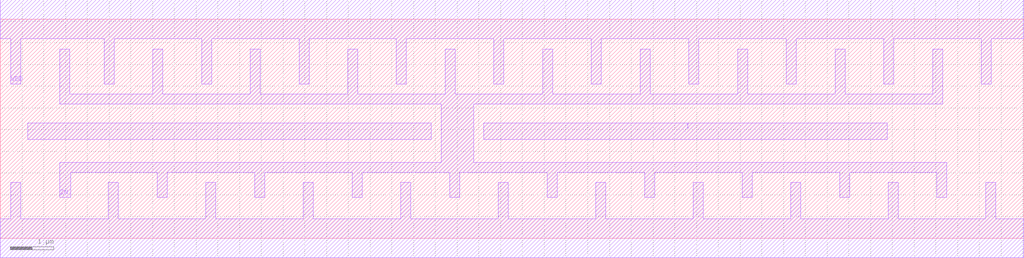
<source format=lef>
# Copyright 2022 GlobalFoundries PDK Authors
#
# Licensed under the Apache License, Version 2.0 (the "License");
# you may not use this file except in compliance with the License.
# You may obtain a copy of the License at
#
#      http://www.apache.org/licenses/LICENSE-2.0
#
# Unless required by applicable law or agreed to in writing, software
# distributed under the License is distributed on an "AS IS" BASIS,
# WITHOUT WARRANTIES OR CONDITIONS OF ANY KIND, either express or implied.
# See the License for the specific language governing permissions and
# limitations under the License.

MACRO gf180mcu_fd_sc_mcu9t5v0__clkinv_20
  CLASS core ;
  FOREIGN gf180mcu_fd_sc_mcu9t5v0__clkinv_20 0.0 0.0 ;
  ORIGIN 0 0 ;
  SYMMETRY X Y ;
  SITE GF018hv5v_green_sc9 ;
  SIZE 23.52 BY 5.04 ;
  PIN I
    DIRECTION INPUT ;
    ANTENNAGATEAREA 27.06 ;
    PORT
      LAYER Metal1 ;
        POLYGON 0.63 2.27 9.9 2.27 9.9 2.65 0.63 2.65  ;
        POLYGON 11.11 2.27 20.38 2.27 20.38 2.65 11.11 2.65  ;
    END
  END I
  PIN ZN
    DIRECTION OUTPUT ;
    ANTENNADIFFAREA 15.142 ;
    PORT
      LAYER Metal1 ;
        POLYGON 1.365 3.09 10.13 3.09 10.13 1.745 1.365 1.745 1.365 0.945 1.625 0.945 1.625 1.515 3.605 1.515 3.605 0.945 3.835 0.945 3.835 1.515 5.845 1.515 5.845 0.945 6.075 0.945 6.075 1.515 8.085 1.515 8.085 0.945 8.315 0.945 8.315 1.515 10.325 1.515 10.325 0.945 10.555 0.945 10.555 1.515 12.565 1.515 12.565 0.945 12.795 0.945 12.795 1.515 14.805 1.515 14.805 0.945 15.035 0.945 15.035 1.515 17.045 1.515 17.045 0.945 17.275 0.945 17.275 1.515 19.285 1.515 19.285 0.945 19.515 0.945 19.515 1.515 21.525 1.515 21.525 0.945 21.755 0.945 21.755 1.745 10.88 1.745 10.88 3.09 21.655 3.09 21.655 4.36 21.425 4.36 21.425 3.32 19.415 3.32 19.415 4.36 19.185 4.36 19.185 3.32 17.175 3.32 17.175 4.36 16.945 4.36 16.945 3.32 14.935 3.32 14.935 4.36 14.705 4.36 14.705 3.32 12.695 3.32 12.695 4.36 12.465 4.36 12.465 3.32 10.455 3.32 10.455 4.36 10.225 4.36 10.225 3.32 8.215 3.32 8.215 4.36 7.985 4.36 7.985 3.32 5.975 3.32 5.975 4.36 5.745 4.36 5.745 3.32 3.735 3.32 3.735 4.36 3.505 4.36 3.505 3.32 1.595 3.32 1.595 4.36 1.365 4.36  ;
    END
  END ZN
  PIN VDD
    DIRECTION INOUT ;
    USE power ;
    SHAPE ABUTMENT ;
    PORT
      LAYER Metal1 ;
        POLYGON 0 4.59 0.245 4.59 0.245 3.55 0.475 3.55 0.475 4.59 2.385 4.59 2.385 3.55 2.615 3.55 2.615 4.59 4.625 4.59 4.625 3.55 4.855 3.55 4.855 4.59 6.865 4.59 6.865 3.55 7.095 3.55 7.095 4.59 9.105 4.59 9.105 3.55 9.335 3.55 9.335 4.59 11.345 4.59 11.345 3.55 11.575 3.55 11.575 4.59 13.585 4.59 13.585 3.55 13.815 3.55 13.815 4.59 15.825 4.59 15.825 3.55 16.055 3.55 16.055 4.59 18.065 4.59 18.065 3.55 18.295 3.55 18.295 4.59 20.305 4.59 20.305 3.55 20.535 3.55 20.535 4.59 22.545 4.59 22.545 3.55 22.775 3.55 22.775 4.59 23.52 4.59 23.52 5.49 0 5.49  ;
    END
  END VDD
  PIN VSS
    DIRECTION INOUT ;
    USE ground ;
    SHAPE ABUTMENT ;
    PORT
      LAYER Metal1 ;
        POLYGON 0 -0.45 23.52 -0.45 23.52 0.45 22.875 0.45 22.875 1.285 22.645 1.285 22.645 0.45 20.635 0.45 20.635 1.285 20.405 1.285 20.405 0.45 18.395 0.45 18.395 1.285 18.165 1.285 18.165 0.45 16.155 0.45 16.155 1.285 15.925 1.285 15.925 0.45 13.915 0.45 13.915 1.285 13.685 1.285 13.685 0.45 11.675 0.45 11.675 1.285 11.445 1.285 11.445 0.45 9.435 0.45 9.435 1.285 9.205 1.285 9.205 0.45 7.195 0.45 7.195 1.285 6.965 1.285 6.965 0.45 4.955 0.45 4.955 1.285 4.725 1.285 4.725 0.45 2.715 0.45 2.715 1.285 2.485 1.285 2.485 0.45 0.475 0.45 0.475 1.285 0.245 1.285 0.245 0.45 0 0.45  ;
    END
  END VSS
END gf180mcu_fd_sc_mcu9t5v0__clkinv_20

</source>
